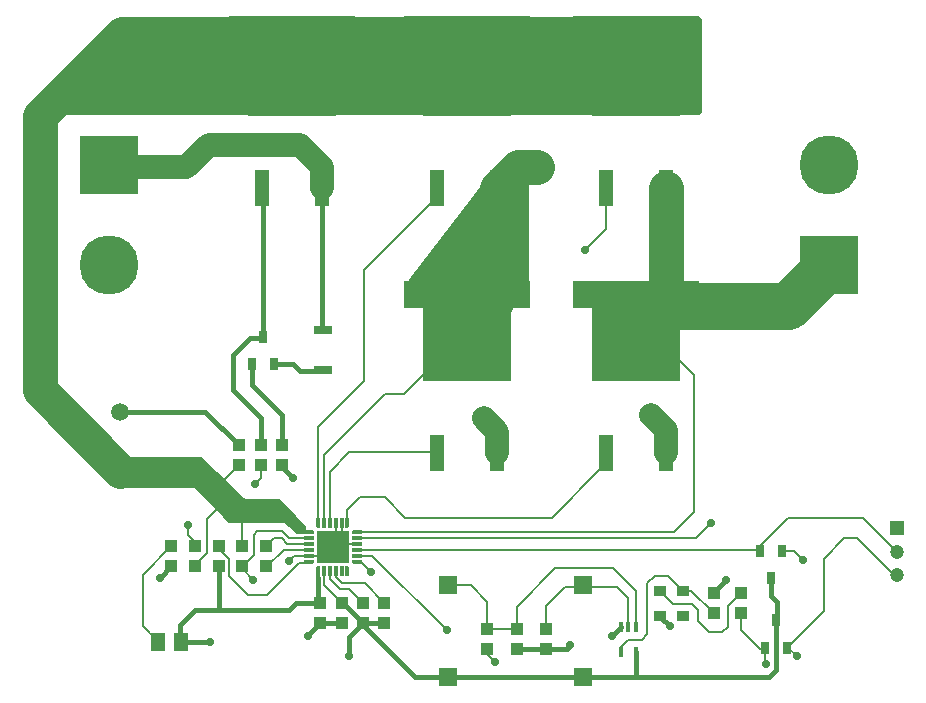
<source format=gbr>
G04 DipTrace 3.2.0.1*
G04 Top.gbr*
%MOIN*%
G04 #@! TF.FileFunction,Copper,L1,Top*
G04 #@! TF.Part,Single*
%AMOUTLINE0*
4,1,8,
0.208661,0.077756,
0.147638,0.077756,
0.147638,-0.166339,
-0.147638,-0.166339,
-0.147638,0.077756,
-0.208661,0.077756,
-0.208661,0.166339,
0.208661,0.166339,
0.208661,0.077756,
0*%
%AMOUTLINE3*
4,1,5,
-0.005906,-0.016732,
-0.005906,0.016732,
0.001969,0.016732,
0.005906,0.012795,
0.005906,-0.016732,
-0.005906,-0.016732,
0*%
%AMOUTLINE6*
4,1,5,
0.005906,-0.016732,
0.005906,0.016732,
-0.005906,0.016732,
-0.005906,-0.012795,
-0.001969,-0.016732,
0.005906,-0.016732,
0*%
%AMOUTLINE9*
4,1,5,
-0.016732,-0.005906,
0.016732,-0.005906,
0.016732,0.001969,
0.012795,0.005906,
-0.016732,0.005906,
-0.016732,-0.005906,
0*%
%AMOUTLINE12*
4,1,5,
0.016732,0.005906,
-0.016732,0.005906,
-0.016732,-0.001969,
-0.012795,-0.005906,
0.016732,-0.005906,
0.016732,0.005906,
0*%
%AMOUTLINE15*
4,1,5,
0.005906,0.016732,
0.005906,-0.016732,
-0.005906,-0.016732,
-0.005906,0.012795,
-0.001969,0.016732,
0.005906,0.016732,
0*%
%AMOUTLINE18*
4,1,5,
-0.005906,-0.016732,
-0.005906,0.016732,
0.005906,0.016732,
0.005906,-0.012795,
0.001969,-0.016732,
-0.005906,-0.016732,
0*%
%AMOUTLINE21*
4,1,5,
-0.016732,0.005906,
0.016732,0.005906,
0.016732,-0.001969,
0.012795,-0.005906,
-0.016732,-0.005906,
-0.016732,0.005906,
0*%
%AMOUTLINE24*
4,1,5,
0.016732,-0.005906,
-0.016732,-0.005906,
-0.016732,0.001969,
-0.012795,0.005906,
0.016732,0.005906,
0.016732,-0.005906,
0*%
G04 #@! TA.AperFunction,Conductor*
%ADD13C,0.011811*%
%ADD14C,0.015748*%
%ADD15C,0.007874*%
G04 #@! TA.AperFunction,ViaPad*
%ADD16C,0.07874*%
G04 #@! TA.AperFunction,Conductor*
%ADD17C,0.15748*%
%ADD18C,0.11811*%
G04 #@! TA.AperFunction,CopperBalancing*
%ADD20C,0.025*%
%ADD21R,0.059055X0.059055*%
%ADD22R,0.03937X0.043307*%
G04 #@! TA.AperFunction,ComponentPad*
%ADD23C,0.059055*%
%ADD25R,0.062992X0.031496*%
%ADD26R,0.051181X0.059055*%
G04 #@! TA.AperFunction,ComponentPad*
%ADD27R,0.047244X0.047244*%
%ADD28C,0.047244*%
%ADD29R,0.19685X0.19685*%
%ADD30C,0.19685*%
%ADD32R,0.025591X0.041339*%
%ADD33R,0.051181X0.122047*%
%ADD35R,0.033465X0.011811*%
%ADD36R,0.011811X0.033465*%
%ADD37R,0.110236X0.110236*%
%ADD39R,0.015748X0.035433*%
%ADD40R,0.03937X0.035433*%
G04 #@! TA.AperFunction,ViaPad*
%ADD42C,0.027559*%
%ADD86OUTLINE0*%
%ADD89OUTLINE3*%
%ADD92OUTLINE6*%
%ADD95OUTLINE9*%
%ADD98OUTLINE12*%
%ADD101OUTLINE15*%
%ADD104OUTLINE18*%
%ADD107OUTLINE21*%
%ADD110OUTLINE24*%
%FSLAX26Y26*%
G04*
G70*
G90*
G75*
G01*
G04 Top*
%LPD*%
X1464567Y822835D2*
D13*
Y798228D1*
D14*
Y724409D1*
X1472441Y716535D1*
X1007874Y586614D2*
X1105310D1*
X1106126Y587430D1*
X1472441Y716535D2*
X1391465D1*
X1368598Y693669D1*
X1133858D1*
X1056131D1*
X1006136Y643675D1*
Y588352D1*
X1007874Y586614D1*
X1133858Y838583D2*
Y693669D1*
X1593701Y892520D2*
D15*
X2934252D1*
X2937008Y889764D1*
Y905759D1*
X3031201Y999951D1*
X3281890D1*
X3394636Y887205D1*
X1568701Y537451D2*
D14*
Y603346D1*
X1614961Y649606D1*
X1484252Y822835D2*
D15*
Y775984D1*
X1543701Y716535D1*
D14*
X1548031D1*
X1614961Y649606D1*
X1686220D1*
X1899793Y467824D2*
X2311381D1*
X2349745D1*
X1614961Y649606D2*
Y641037D1*
X1788173Y467824D1*
X1899793D1*
X2974409Y799213D2*
Y737685D1*
X2993428Y718667D1*
Y659601D1*
X2991307Y657480D1*
X2349745Y467824D2*
X2524727D1*
X2967562D1*
X2991307Y491570D1*
Y657480D1*
X2524727Y550811D2*
Y467824D1*
X2127143Y562008D2*
X2224759D1*
X1472441Y649606D2*
X1543701D1*
X806201Y1353051D2*
X1088780D1*
X1199950Y1241881D1*
X976378Y838583D2*
X937747Y799951D1*
X937450D1*
X2062205Y1216142D2*
D16*
Y1287428D1*
X2018530Y1331102D1*
X2625197Y1216142D2*
Y1293126D1*
X2574722Y1343601D1*
X1343701Y1174951D2*
D14*
Y1168701D1*
X1381201Y1131201D1*
X1431201Y606201D2*
Y608366D1*
X1472441Y649606D1*
X2224759Y562008D2*
X2293257D1*
X2306201Y574951D1*
X2473546Y637425D2*
X2443701Y606201D1*
X2605969Y673486D2*
Y668933D1*
X2637450Y637451D1*
X2783789Y748289D2*
Y752539D1*
X2824950Y793701D1*
X1433858Y872835D2*
D15*
X1385335D1*
X1368701Y856201D1*
X1523622Y981890D2*
Y923622D1*
X1493701Y893701D1*
X1543307Y981890D2*
Y900345D1*
X1549951Y893701D1*
X1493701D1*
X1593701Y912205D2*
X1512205D1*
X1493701Y893701D1*
X1433858Y872835D2*
X1484252D1*
X1513780Y902362D1*
X2525197Y1622638D2*
D17*
Y1706063D1*
X3032835D1*
X3169291Y1842520D1*
X2625197Y2098031D2*
D18*
Y1722638D1*
X2525197Y1622638D1*
X1593701Y951575D2*
D15*
X2651575D1*
X2718457Y1018457D1*
Y1475194D1*
X2571013Y1622638D1*
X2525197D1*
X2062205Y2098031D2*
D18*
Y1722638D1*
X1962205Y1622638D1*
X1484252Y981890D2*
D15*
Y1209253D1*
X1687450Y1412451D1*
X1752018D1*
X1962205Y1622638D1*
X2062205Y2098031D2*
D18*
X2132874Y2168701D1*
X2193701D1*
X2605969Y756163D2*
D15*
X2649714Y712417D1*
X2712207D1*
X2730955Y693669D1*
Y656173D1*
X2768451Y618677D1*
X2812197D1*
X2830945Y637425D1*
Y704927D1*
X2874307Y748289D1*
X2029528Y562008D2*
Y545374D1*
X2056201Y518701D1*
X3011811Y889764D2*
X3051181D1*
X3082677Y858268D1*
X2953906Y566929D2*
Y514598D1*
X2956693Y511811D1*
X2874307Y681360D2*
Y625310D1*
X2937184Y562433D1*
X2949409D1*
X2953906Y566929D1*
X1862205Y2098031D2*
Y2068433D1*
X1618701Y1824929D1*
Y1456201D1*
X1464567Y1302067D1*
Y981890D1*
X1562992D2*
Y1025492D1*
X1606201Y1068701D1*
X1687451D1*
X1756201Y999951D1*
X2243571D1*
X2405990Y1162370D1*
X2425197D1*
Y1216142D1*
X1503937Y981890D2*
Y1153937D1*
X1568614Y1218614D1*
X1859732D1*
X1862205Y1216142D1*
X1212598Y838583D2*
X1213581D1*
X1249950Y874951D1*
Y943701D1*
X1262450Y956201D1*
X1343701D1*
X1368701Y931201D1*
X1433169D1*
X1433858Y931890D1*
X1212598Y838583D2*
Y830921D1*
X1249861Y793659D1*
X1274950Y1174951D2*
Y1131215D1*
X1256110Y1112375D1*
X1291339Y905512D2*
X1293012D1*
X1318701Y931201D1*
X1343701D1*
X1362450Y912451D1*
X1433612D1*
X1433858Y912205D1*
X1291339Y838583D2*
X1294832D1*
X1349950Y893701D1*
X1432677D1*
X1433858Y892520D1*
X933071Y586614D2*
X932038D1*
X881201Y637451D1*
Y810335D1*
X976378Y905512D1*
X2127143Y628937D2*
X2029528D1*
X2127143D2*
Y702293D1*
X2256005Y831155D1*
X2449735D1*
X2524727Y756163D1*
Y637425D1*
X2029528Y628937D2*
Y720168D1*
X1974785Y774911D1*
X1899793D1*
X1133858Y905512D2*
Y897294D1*
X1168701Y862451D1*
Y806201D1*
X1231238Y743664D1*
X1293663D1*
X1399950Y849951D1*
X1430660D1*
X1433858Y853150D1*
X2224759Y628937D2*
Y706168D1*
X2287252Y768661D1*
X2343496D1*
X2349745Y774911D1*
X2499136Y637425D2*
Y731759D1*
X2462234Y768661D1*
X2355995D1*
X2349745Y774911D1*
X2680772Y756163D2*
X2708986D1*
X2783789Y681360D1*
X2473546Y550811D2*
Y567496D1*
X2499730Y593680D1*
X2543475D1*
X2562223Y612428D1*
Y781160D1*
X2587220Y806157D1*
X2630777D1*
X2680772Y756163D1*
X1243701Y1512451D2*
D14*
Y1443701D1*
X1343701Y1343701D1*
Y1241881D1*
X1318504Y1512451D2*
X1381201D1*
X1406201Y1487451D1*
X1477560D1*
X1481201Y1491092D1*
X1379528Y2504528D2*
D18*
Y2612218D1*
X1962205D1*
Y2504528D1*
Y2612218D2*
X2525197D1*
Y2504528D1*
X806201Y1156201D2*
D15*
X999807D1*
X1090567Y1065441D1*
X1127450Y1028558D1*
X1168619Y987388D1*
X1212598D1*
X1356100D1*
X1393596Y949892D1*
X1432176D1*
X1433858Y951575D1*
X1212598Y905512D2*
Y987388D1*
X1055118Y838583D2*
Y842640D1*
X1093627Y881150D1*
Y994735D1*
X1127450Y1028558D1*
X806201Y1156201D2*
D18*
X537450Y1424951D1*
Y2337450D1*
X812218Y2612218D1*
X1379528D1*
X1199950Y1174951D2*
D15*
Y1174824D1*
X1090567Y1065441D1*
X1593701Y931890D2*
X2725639D1*
X2774950Y981201D1*
X2425197Y2098031D2*
Y1962697D1*
X2356201Y1893701D1*
X1281102Y1603003D2*
D14*
Y2096457D1*
X1279528Y2098031D1*
X1274950Y1241881D2*
Y1331202D1*
X1181201Y1424951D1*
Y1543702D1*
X1237450Y1599951D1*
X1278051D1*
X1281102Y1603003D1*
X1503937Y822835D2*
D15*
Y795965D1*
X1537450Y762451D1*
X1569045D1*
X1614961Y716535D1*
X1593701Y853150D2*
X1607480D1*
X1641732Y818898D1*
X1055118Y905512D2*
Y919783D1*
X1031201Y943701D1*
Y974951D1*
X3394636Y808465D2*
X3385186D1*
X3262450Y931201D1*
X3218699D1*
X3149950Y862451D1*
Y688171D1*
X3028709Y566929D1*
X3032972D1*
X3062450Y537451D1*
X1593701Y872835D2*
X1645635D1*
X1893543Y624927D1*
X1523622Y822835D2*
Y801280D1*
X1543701Y781201D1*
X1621555D1*
X1686220Y716535D1*
X767717Y2177165D2*
D16*
Y2168514D1*
X1024885D1*
X1099877Y2243507D1*
X1406094D1*
X1479528Y2170073D1*
Y2098031D1*
D14*
Y1626623D1*
X1481201Y1624950D1*
D42*
X1031201Y974951D3*
X3082677Y858268D3*
X1641732Y818898D3*
X2056201Y518701D3*
X2956693Y511811D3*
X1106126Y587430D3*
X1568701Y537451D3*
X3062450D3*
X1893543Y624927D3*
X1493701Y893701D3*
X2774950Y981201D3*
X2356201Y1893701D3*
X1249861Y793659D3*
X1256110Y1112375D3*
X937450Y799951D3*
D16*
X2018530Y1331102D3*
X2574722Y1343601D3*
X2193701Y2168701D3*
D42*
X1381201Y1131201D3*
X1431201Y606201D3*
X2306201Y574951D3*
X2443701Y606201D3*
X2637450Y637451D3*
X2824950Y793701D3*
X1368701Y856201D3*
D16*
X1068701Y2618701D3*
X818701D3*
X943701D3*
X1068701Y2493701D3*
X818701D3*
X943701D3*
X693701D3*
X2243701Y2618701D3*
X1668701D3*
X2243701Y2493701D3*
X1668701D3*
X828981Y1162583D2*
D20*
X1093435D1*
X816565Y1137714D2*
X1119415D1*
X804113Y1112845D2*
X1145432D1*
X1088316Y1087976D2*
X1171448D1*
X1113148Y1063108D2*
X1197428D1*
X1138016Y1038239D2*
X1340462D1*
X1162847Y1013370D2*
X1363930D1*
X1375174Y988501D2*
X1387428D1*
X1396914Y964287D2*
X1412775D1*
X1331941Y1049905D1*
X1217020Y1050065D1*
X1214175Y1050800D1*
X1211580Y1052178D1*
X1203422Y1059768D1*
X1069923Y1187462D1*
X838940Y1187451D1*
X801411Y1112421D1*
X1057190Y1112412D1*
X1060071Y1111837D1*
X1062739Y1110605D1*
X1065045Y1108785D1*
X1173804Y999886D1*
X1358055Y999735D1*
X1360883Y998937D1*
X1363447Y997501D1*
X1371434Y989732D1*
X1396884Y964282D1*
X833210Y2631332D2*
X2728708D1*
X814084Y2606463D2*
X2728708D1*
X794958Y2581594D2*
X2728708D1*
X775831Y2556726D2*
X2728708D1*
X756705Y2531857D2*
X2728708D1*
X737579Y2506988D2*
X2728708D1*
X718453Y2482119D2*
X2728708D1*
X699326Y2457251D2*
X2728708D1*
X680200Y2432382D2*
X2728708D1*
X661074Y2407513D2*
X2728708D1*
X641912Y2382644D2*
X2728708D1*
X622785Y2357776D2*
X2728708D1*
X619071Y2356201D2*
X2731214D1*
X2731201Y2656216D1*
X849855Y2656201D1*
X619088Y2356202D1*
X2008210Y2081332D2*
X2153708D1*
X1989084Y2056463D2*
X2153708D1*
X1969958Y2031594D2*
X2153708D1*
X1950831Y2006726D2*
X2153708D1*
X1931705Y1981857D2*
X2153708D1*
X1912579Y1956988D2*
X2153708D1*
X1893453Y1932119D2*
X2153708D1*
X1874326Y1907251D2*
X2153708D1*
X1855200Y1882382D2*
X2153708D1*
X1836074Y1857513D2*
X2153708D1*
X1816912Y1832644D2*
X2153708D1*
X1797785Y1807776D2*
X2153708D1*
X1783719Y1782907D2*
X2153708D1*
X1783719Y1758038D2*
X2153708D1*
X1783719Y1733169D2*
X2153708D1*
X2024867Y2106216D2*
X1781206Y1789455D1*
X1781201Y1731226D1*
X2156214Y1731201D1*
X2156201Y2106214D1*
X2024841Y2106201D1*
D22*
X1212598Y905512D3*
Y838583D3*
X1199950Y1174951D3*
Y1241881D3*
D21*
X806201Y1156201D3*
D23*
Y1353051D3*
D22*
X1543701Y716535D3*
Y649606D3*
X1291339Y838583D3*
Y905512D3*
X1472441Y649606D3*
Y716535D3*
X2783789Y681360D3*
Y748289D3*
D25*
X1481201Y1624950D3*
Y1491092D3*
D26*
X1007874Y586614D3*
X933071D3*
D27*
X3394636Y965945D3*
D28*
Y887205D3*
Y808465D3*
D29*
X767717Y2177165D3*
D30*
Y1842520D3*
D29*
X3169291D3*
D30*
Y2177165D3*
D32*
X1243701Y1512451D3*
X1318504D3*
X1281102Y1603003D3*
D33*
X1279528Y2098031D3*
X1479528D3*
D86*
X1379528Y2504528D3*
D33*
X2425197Y2098031D3*
X2625197D3*
D86*
X2525197Y2504528D3*
D33*
X1862205Y2098031D3*
X2062205D3*
D86*
X1962205Y2504528D3*
D33*
X2425197Y1216142D3*
X2625197D3*
D86*
X2525197Y1622638D3*
D33*
X1862205Y1216142D3*
X2062205D3*
D86*
X1962205Y1622638D3*
D32*
X2953906Y566929D3*
X3028709D3*
X2991307Y657480D3*
X3011811Y889764D3*
X2937008D3*
X2974409Y799213D3*
D22*
X1343701Y1174951D3*
Y1241881D3*
X1274950Y1174951D3*
Y1241881D3*
X976378Y838583D3*
Y905512D3*
X1055118Y838583D3*
Y905512D3*
X1133858Y838583D3*
Y905512D3*
X1614961Y716535D3*
Y649606D3*
X1686220Y716535D3*
Y649606D3*
X2874307Y748289D3*
Y681360D3*
X2029528Y628937D3*
Y562008D3*
X2127143Y628937D3*
Y562008D3*
X2224759Y628937D3*
Y562008D3*
D21*
X1899793Y774911D3*
Y467824D3*
X2349745Y774911D3*
Y467824D3*
D89*
X1562992Y822835D3*
D35*
X1433858Y931890D3*
Y912205D3*
Y892520D3*
Y872835D3*
D36*
X1484252Y822835D3*
X1503937D3*
X1523622D3*
X1543307D3*
D35*
X1593701Y872835D3*
Y892520D3*
Y912205D3*
Y931890D3*
D36*
X1543307Y981890D3*
X1523622D3*
X1503937D3*
X1484252D3*
D37*
X1513780Y902362D3*
D92*
X1464567Y981890D3*
D95*
X1433858Y951575D3*
D98*
X1593701Y853150D3*
D101*
X1464567Y822835D3*
D104*
X1562992Y981890D3*
D107*
X1433858Y853150D3*
D110*
X1593701Y951575D3*
D39*
X2524727Y637425D3*
X2499136D3*
X2473546D3*
Y550811D3*
X2524727D3*
D40*
X2605969Y756163D3*
Y673486D3*
X2680772Y756163D3*
Y673486D3*
M02*

</source>
